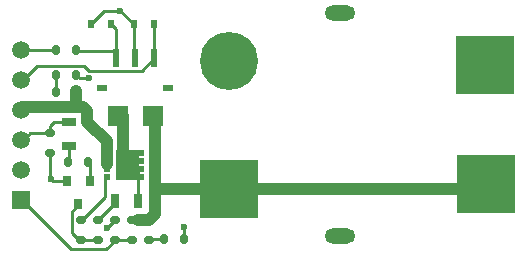
<source format=gbr>
%TF.GenerationSoftware,KiCad,Pcbnew,(6.0.10-0)*%
%TF.CreationDate,2023-02-01T10:43:54-08:00*%
%TF.ProjectId,mosfet_breakout_1.0,6d6f7366-6574-45f6-9272-65616b6f7574,rev?*%
%TF.SameCoordinates,Original*%
%TF.FileFunction,Copper,L1,Top*%
%TF.FilePolarity,Positive*%
%FSLAX46Y46*%
G04 Gerber Fmt 4.6, Leading zero omitted, Abs format (unit mm)*
G04 Created by KiCad (PCBNEW (6.0.10-0)) date 2023-02-01 10:43:54*
%MOMM*%
%LPD*%
G01*
G04 APERTURE LIST*
G04 Aperture macros list*
%AMRoundRect*
0 Rectangle with rounded corners*
0 $1 Rounding radius*
0 $2 $3 $4 $5 $6 $7 $8 $9 X,Y pos of 4 corners*
0 Add a 4 corners polygon primitive as box body*
4,1,4,$2,$3,$4,$5,$6,$7,$8,$9,$2,$3,0*
0 Add four circle primitives for the rounded corners*
1,1,$1+$1,$2,$3*
1,1,$1+$1,$4,$5*
1,1,$1+$1,$6,$7*
1,1,$1+$1,$8,$9*
0 Add four rect primitives between the rounded corners*
20,1,$1+$1,$2,$3,$4,$5,0*
20,1,$1+$1,$4,$5,$6,$7,0*
20,1,$1+$1,$6,$7,$8,$9,0*
20,1,$1+$1,$8,$9,$2,$3,0*%
%AMFreePoly0*
4,1,37,1.753536,1.228536,1.755000,1.225000,1.755000,0.725000,1.753536,0.721464,1.750000,0.720000,1.345000,0.720000,1.345000,0.580000,1.750000,0.580000,1.753536,0.578536,1.755000,0.575000,1.755000,0.075000,1.753536,0.071464,1.750000,0.070000,1.345000,0.070000,1.345000,-0.070000,1.750000,-0.070000,1.753536,-0.071464,1.755000,-0.075000,1.755000,-0.575000,1.753536,-0.578536,
1.750000,-0.580000,1.345000,-0.580000,1.345000,-0.720000,1.750000,-0.720000,1.753536,-0.721464,1.755000,-0.725000,1.755000,-1.225000,1.753536,-1.228536,1.750000,-1.230000,-0.560000,-1.230000,-0.563536,-1.228536,-0.565000,-1.225000,-0.565000,1.225000,-0.563536,1.228536,-0.560000,1.230000,1.750000,1.230000,1.753536,1.228536,1.753536,1.228536,$1*%
G04 Aperture macros list end*
%TA.AperFunction,SMDPad,CuDef*%
%ADD10R,0.630000X0.500000*%
%TD*%
%TA.AperFunction,SMDPad,CuDef*%
%ADD11FreePoly0,0.000000*%
%TD*%
%TA.AperFunction,SMDPad,CuDef*%
%ADD12R,0.800000X0.900000*%
%TD*%
%TA.AperFunction,ComponentPad*%
%ADD13R,1.500000X1.500000*%
%TD*%
%TA.AperFunction,ComponentPad*%
%ADD14C,1.500000*%
%TD*%
%TA.AperFunction,ComponentPad*%
%ADD15O,2.600000X1.300000*%
%TD*%
%TA.AperFunction,ComponentPad*%
%ADD16R,4.916000X4.916000*%
%TD*%
%TA.AperFunction,ComponentPad*%
%ADD17C,4.916000*%
%TD*%
%TA.AperFunction,SMDPad,CuDef*%
%ADD18RoundRect,0.150000X-0.250000X0.150000X-0.250000X-0.150000X0.250000X-0.150000X0.250000X0.150000X0*%
%TD*%
%TA.AperFunction,SMDPad,CuDef*%
%ADD19R,1.200000X0.700000*%
%TD*%
%TA.AperFunction,SMDPad,CuDef*%
%ADD20RoundRect,0.150000X0.250000X-0.150000X0.250000X0.150000X-0.250000X0.150000X-0.250000X-0.150000X0*%
%TD*%
%TA.AperFunction,SMDPad,CuDef*%
%ADD21R,5.000000X5.000000*%
%TD*%
%TA.AperFunction,SMDPad,CuDef*%
%ADD22R,0.600000X0.800000*%
%TD*%
%TA.AperFunction,SMDPad,CuDef*%
%ADD23RoundRect,0.150000X0.150000X0.250000X-0.150000X0.250000X-0.150000X-0.250000X0.150000X-0.250000X0*%
%TD*%
%TA.AperFunction,SMDPad,CuDef*%
%ADD24RoundRect,0.150000X-0.150000X-0.250000X0.150000X-0.250000X0.150000X0.250000X-0.150000X0.250000X0*%
%TD*%
%TA.AperFunction,SMDPad,CuDef*%
%ADD25R,0.700000X1.200000*%
%TD*%
%TA.AperFunction,SMDPad,CuDef*%
%ADD26R,0.500000X1.600000*%
%TD*%
%TA.AperFunction,SMDPad,CuDef*%
%ADD27R,0.900000X0.600000*%
%TD*%
%TA.AperFunction,SMDPad,CuDef*%
%ADD28R,1.800000X1.700000*%
%TD*%
%TA.AperFunction,ViaPad*%
%ADD29C,0.600000*%
%TD*%
%TA.AperFunction,Conductor*%
%ADD30C,0.250000*%
%TD*%
%TA.AperFunction,Conductor*%
%ADD31C,1.000000*%
%TD*%
%TA.AperFunction,Conductor*%
%ADD32C,0.500000*%
%TD*%
G04 APERTURE END LIST*
D10*
%TO.P,Q2,1,S*%
%TO.N,+BATT*%
X137003500Y-61412000D03*
X137003500Y-60762000D03*
X137003500Y-60112000D03*
%TO.P,Q2,2,G*%
%TO.N,Net-(Q2-Pad2)*%
X137003500Y-62062000D03*
D11*
%TO.P,Q2,3,D*%
%TO.N,Net-(Q2-Pad3)*%
X138438500Y-61087000D03*
%TD*%
D12*
%TO.P,Q1,1,B*%
%TO.N,Net-(Q1-Pad1)*%
X135570000Y-62373000D03*
%TO.P,Q1,2,E*%
%TO.N,GND*%
X133670000Y-62373000D03*
%TO.P,Q1,3,C*%
%TO.N,Net-(Q1-Pad3)*%
X134620000Y-64373000D03*
%TD*%
D13*
%TO.P,J1,1*%
%TO.N,/VSense*%
X129800000Y-63980000D03*
D14*
%TO.P,J1,2*%
%TO.N,GND*%
X129800000Y-61440000D03*
%TO.P,J1,3*%
%TO.N,/Batt_CTL*%
X129800000Y-58900000D03*
%TO.P,J1,4*%
%TO.N,+BATT*%
X129800000Y-56360000D03*
%TO.P,J1,5*%
%TO.N,+3V3*%
X129800000Y-53820000D03*
%TO.P,J1,6*%
%TO.N,/CurrSense*%
X129800000Y-51280000D03*
%TD*%
D15*
%TO.P,U1,*%
%TO.N,*%
X156792000Y-67108000D03*
X156792000Y-48208000D03*
D16*
%TO.P,U1,1,+*%
%TO.N,/Batt_Raw*%
X147392000Y-63108000D03*
D17*
%TO.P,U1,2,-*%
%TO.N,GND*%
X147392000Y-52208000D03*
%TD*%
D18*
%TO.P,R6,1*%
%TO.N,/Batt_Raw*%
X139141200Y-65698000D03*
%TO.P,R6,2*%
%TO.N,/VSense*%
X139141200Y-67398000D03*
%TD*%
D19*
%TO.P,R5,1*%
%TO.N,/Batt_CTL*%
X133858000Y-57420000D03*
%TO.P,R5,2*%
%TO.N,Net-(R5-Pad2)*%
X133858000Y-59420000D03*
%TD*%
D20*
%TO.P,R7,1*%
%TO.N,/VSense*%
X137718800Y-67398000D03*
%TO.P,R7,2*%
%TO.N,GND*%
X137718800Y-65698000D03*
%TD*%
%TO.P,R10,1*%
%TO.N,Net-(Q1-Pad3)*%
X136271000Y-67398000D03*
%TO.P,R10,2*%
%TO.N,Net-(R10-Pad2)*%
X136271000Y-65698000D03*
%TD*%
%TO.P,R3,1*%
%TO.N,GND*%
X132207000Y-60032000D03*
%TO.P,R3,2*%
%TO.N,/Batt_CTL*%
X132207000Y-58332000D03*
%TD*%
D21*
%TO.P,TP1,1*%
%TO.N,/Batt_Raw*%
X169093200Y-62626400D03*
%TD*%
D22*
%TO.P,C2,1*%
%TO.N,GND*%
X135675000Y-49149000D03*
%TO.P,C2,2*%
%TO.N,Net-(C2-Pad2)*%
X137375000Y-49149000D03*
%TD*%
D23*
%TO.P,D1,1,K*%
%TO.N,GND*%
X143547200Y-67310000D03*
%TO.P,D1,2,A*%
%TO.N,Net-(D1-Pad2)*%
X141847200Y-67310000D03*
%TD*%
D24*
%TO.P,R4,1*%
%TO.N,/CurrSense*%
X132754000Y-51308000D03*
%TO.P,R4,2*%
%TO.N,Net-(C2-Pad2)*%
X134454000Y-51308000D03*
%TD*%
D23*
%TO.P,D2,1,K*%
%TO.N,GND*%
X134454000Y-53467000D03*
%TO.P,D2,2,A*%
%TO.N,Net-(D2-Pad2)*%
X132754000Y-53467000D03*
%TD*%
D18*
%TO.P,R11,1*%
%TO.N,Net-(Q2-Pad2)*%
X134874000Y-65698000D03*
%TO.P,R11,2*%
%TO.N,Net-(Q1-Pad3)*%
X134874000Y-67398000D03*
%TD*%
%TO.P,R1,1*%
%TO.N,/Batt_Raw*%
X140563600Y-65698000D03*
%TO.P,R1,2*%
%TO.N,Net-(D1-Pad2)*%
X140563600Y-67398000D03*
%TD*%
D23*
%TO.P,R8,1*%
%TO.N,Net-(Q1-Pad1)*%
X135470000Y-60833000D03*
%TO.P,R8,2*%
%TO.N,Net-(R5-Pad2)*%
X133770000Y-60833000D03*
%TD*%
D25*
%TO.P,R9,1*%
%TO.N,Net-(R10-Pad2)*%
X137684000Y-64135000D03*
%TO.P,R9,2*%
%TO.N,Net-(Q2-Pad3)*%
X139684000Y-64135000D03*
%TD*%
D26*
%TO.P,U2,1,VCC*%
%TO.N,+3V3*%
X141046000Y-52033000D03*
%TO.P,U2,2,GND*%
%TO.N,GND*%
X139446000Y-52033000D03*
%TO.P,U2,3,VOUT*%
%TO.N,Net-(C2-Pad2)*%
X137846000Y-52033000D03*
D27*
%TO.P,U2,4,NC*%
%TO.N,unconnected-(U2-Pad4)*%
X136646000Y-54533000D03*
D28*
%TO.P,U2,5,IP+*%
%TO.N,Net-(Q2-Pad3)*%
X137946000Y-56883000D03*
%TO.P,U2,6,IP-*%
%TO.N,/Batt_Raw*%
X140946000Y-56883000D03*
D27*
%TO.P,U2,7,NC*%
%TO.N,unconnected-(U2-Pad7)*%
X142246000Y-54533000D03*
%TD*%
D21*
%TO.P,TP4,1*%
%TO.N,GND*%
X169042400Y-52568000D03*
%TD*%
D23*
%TO.P,R2,1*%
%TO.N,+BATT*%
X134454000Y-54864000D03*
%TO.P,R2,2*%
%TO.N,Net-(D2-Pad2)*%
X132754000Y-54864000D03*
%TD*%
D22*
%TO.P,C1,1*%
%TO.N,GND*%
X139358000Y-49149000D03*
%TO.P,C1,2*%
%TO.N,+3V3*%
X141058000Y-49149000D03*
%TD*%
D29*
%TO.N,GND*%
X170840400Y-52527200D03*
X169113200Y-50698400D03*
X138176000Y-48006000D03*
X167132000Y-54406800D03*
X169113200Y-54406800D03*
X132283200Y-62280800D03*
X137007600Y-66395600D03*
X170891200Y-54406800D03*
X135513676Y-53682500D03*
X169113200Y-52476400D03*
X170891200Y-50698400D03*
X143560800Y-66294000D03*
X167132000Y-50698400D03*
X167132000Y-52527200D03*
%TO.N,/Batt_Raw*%
X169214800Y-60756800D03*
X167233600Y-64465200D03*
X170992800Y-60756800D03*
X167233600Y-60756800D03*
X169214800Y-62534800D03*
X167233600Y-62585600D03*
X169214800Y-64465200D03*
X170942000Y-62585600D03*
X170992800Y-64465200D03*
%TD*%
D30*
%TO.N,GND*%
X136818000Y-48006000D02*
X135675000Y-49149000D01*
X137705200Y-65698000D02*
X137718800Y-65698000D01*
X138176000Y-48006000D02*
X139319000Y-49149000D01*
X143560800Y-67296400D02*
X143547200Y-67310000D01*
X143560800Y-66294000D02*
X143560800Y-67296400D01*
X134708500Y-53682500D02*
X134581000Y-53555000D01*
X139319000Y-49149000D02*
X139358000Y-49149000D01*
X138176000Y-48006000D02*
X136818000Y-48006000D01*
X132283200Y-62280800D02*
X132384800Y-62382400D01*
X139358000Y-51982000D02*
X139446000Y-52070000D01*
X133660600Y-62382400D02*
X133670000Y-62373000D01*
X132283200Y-62280800D02*
X132207000Y-62204600D01*
X139358000Y-49149000D02*
X139358000Y-51982000D01*
X132207000Y-62204600D02*
X132207000Y-60032000D01*
X135513676Y-53682500D02*
X134708500Y-53682500D01*
X132384800Y-62382400D02*
X133660600Y-62382400D01*
X134581000Y-53555000D02*
X134581000Y-53467000D01*
X137007600Y-66395600D02*
X137705200Y-65698000D01*
%TO.N,+3V3*%
X135080086Y-52705000D02*
X131095000Y-52705000D01*
X139971000Y-53108000D02*
X135483086Y-53108000D01*
X141046000Y-49200000D02*
X141097000Y-49149000D01*
X135483086Y-53108000D02*
X135080086Y-52705000D01*
X131095000Y-52705000D02*
X129800000Y-54000000D01*
X141046000Y-52033000D02*
X139971000Y-53108000D01*
X141046000Y-52033000D02*
X141046000Y-49200000D01*
%TO.N,Net-(C2-Pad2)*%
X137795000Y-51435000D02*
X137922000Y-51562000D01*
X134581000Y-51435000D02*
X137795000Y-51435000D01*
X134454000Y-51308000D02*
X134581000Y-51435000D01*
X137922000Y-51562000D02*
X137922000Y-52070000D01*
X137846000Y-49581000D02*
X137414000Y-49149000D01*
X137846000Y-52033000D02*
X137846000Y-49581000D01*
%TO.N,Net-(D1-Pad2)*%
X141847200Y-67310000D02*
X140665200Y-67310000D01*
%TO.N,Net-(D2-Pad2)*%
X132754000Y-54864000D02*
X132754000Y-53379000D01*
%TO.N,/CurrSense*%
X132754000Y-51308000D02*
X129708000Y-51308000D01*
%TO.N,/VSense*%
X136982200Y-68199000D02*
X133999000Y-68199000D01*
X137718800Y-67398000D02*
X139141200Y-67398000D01*
X137718800Y-67398000D02*
X137718800Y-67462400D01*
X137718800Y-67462400D02*
X136982200Y-68199000D01*
X130100000Y-64300000D02*
X130000000Y-64300000D01*
X133999000Y-68199000D02*
X130100000Y-64300000D01*
D31*
%TO.N,+BATT*%
X135358000Y-57380000D02*
X135358000Y-56491000D01*
X134402000Y-56170000D02*
X135037000Y-56170000D01*
X137003500Y-60112000D02*
X137003500Y-60989500D01*
X134412200Y-54767000D02*
X134416800Y-54767000D01*
X135037000Y-56170000D02*
X135358000Y-56491000D01*
X134402000Y-54777200D02*
X134412200Y-54767000D01*
X137003500Y-59025500D02*
X135358000Y-57380000D01*
X134402000Y-56170000D02*
X130030000Y-56170000D01*
X137003500Y-60112000D02*
X137003500Y-59025500D01*
X134402000Y-56170000D02*
X134402000Y-54777200D01*
X130030000Y-56170000D02*
X129900000Y-56300000D01*
D30*
%TO.N,Net-(Q1-Pad1)*%
X135570000Y-62373000D02*
X135570000Y-60513000D01*
%TO.N,Net-(Q1-Pad3)*%
X134913000Y-67398000D02*
X134874000Y-67437000D01*
X134112000Y-64973200D02*
X134569200Y-64516000D01*
X136271000Y-67398000D02*
X134913000Y-67398000D01*
X134874000Y-67398000D02*
X134708000Y-67398000D01*
X134112000Y-66802000D02*
X134112000Y-64973200D01*
X134708000Y-67398000D02*
X134112000Y-66802000D01*
%TO.N,Net-(Q2-Pad2)*%
X135001000Y-65659000D02*
X136906000Y-63754000D01*
X134874000Y-65659000D02*
X135001000Y-65659000D01*
X136906000Y-63754000D02*
X136906000Y-62103000D01*
D31*
%TO.N,Net-(Q2-Pad3)*%
X138438500Y-61087000D02*
X138438500Y-56904500D01*
D32*
X138438500Y-57158500D02*
X138176000Y-56896000D01*
D30*
X139684000Y-64135000D02*
X139684000Y-61611000D01*
D31*
X138438500Y-56904500D02*
X138303000Y-56769000D01*
D30*
%TO.N,/Batt_CTL*%
X130568000Y-58332000D02*
X129900000Y-59000000D01*
X132207000Y-57785000D02*
X132572000Y-57420000D01*
X132572000Y-57420000D02*
X133858000Y-57420000D01*
X132207000Y-58332000D02*
X132207000Y-57785000D01*
X132207000Y-58332000D02*
X130568000Y-58332000D01*
%TO.N,Net-(R5-Pad2)*%
X133858000Y-59420000D02*
X133858000Y-60706000D01*
X133858000Y-60706000D02*
X133731000Y-60833000D01*
%TO.N,Net-(R10-Pad2)*%
X136398000Y-65659000D02*
X137668000Y-64389000D01*
D31*
%TO.N,/Batt_Raw*%
X141071600Y-62992000D02*
X141071600Y-56946800D01*
X141187600Y-63108000D02*
X141071600Y-62992000D01*
X139713600Y-65698000D02*
X139700000Y-65684400D01*
X141071600Y-65190000D02*
X141071600Y-62992000D01*
X147392000Y-63108000D02*
X168975200Y-63108000D01*
X147373000Y-63108000D02*
X141187600Y-63108000D01*
X140563600Y-65698000D02*
X139713600Y-65698000D01*
X140563600Y-65698000D02*
X141071600Y-65190000D01*
%TD*%
M02*

</source>
